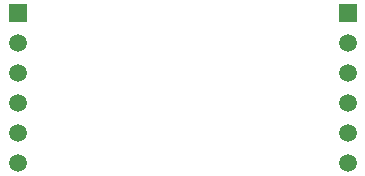
<source format=gbl>
G04*
G04 #@! TF.GenerationSoftware,Altium Limited,Altium Designer,20.0.13 (296)*
G04*
G04 Layer_Physical_Order=2*
G04 Layer_Color=16711680*
%FSLAX25Y25*%
%MOIN*%
G70*
G01*
G75*
%ADD12R,0.05906X0.05906*%
%ADD13C,0.05906*%
D12*
X230500Y482500D02*
D03*
X120500D02*
D03*
D13*
X230500Y472500D02*
D03*
Y462500D02*
D03*
Y452500D02*
D03*
Y442500D02*
D03*
Y432500D02*
D03*
X120500Y472500D02*
D03*
Y462500D02*
D03*
Y452500D02*
D03*
Y442500D02*
D03*
Y432500D02*
D03*
M02*

</source>
